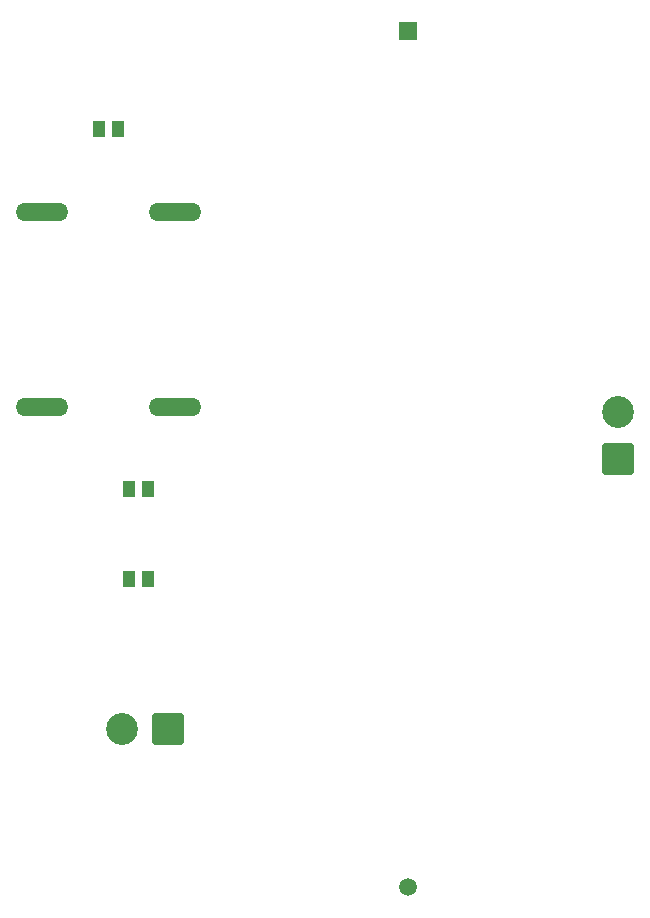
<source format=gbr>
%TF.GenerationSoftware,KiCad,Pcbnew,(6.0.8)*%
%TF.CreationDate,2022-11-04T03:53:52-06:00*%
%TF.ProjectId,CP40B,43503430-422e-46b6-9963-61645f706362,rev?*%
%TF.SameCoordinates,Original*%
%TF.FileFunction,Soldermask,Top*%
%TF.FilePolarity,Negative*%
%FSLAX46Y46*%
G04 Gerber Fmt 4.6, Leading zero omitted, Abs format (unit mm)*
G04 Created by KiCad (PCBNEW (6.0.8)) date 2022-11-04 03:53:52*
%MOMM*%
%LPD*%
G01*
G04 APERTURE LIST*
G04 Aperture macros list*
%AMRoundRect*
0 Rectangle with rounded corners*
0 $1 Rounding radius*
0 $2 $3 $4 $5 $6 $7 $8 $9 X,Y pos of 4 corners*
0 Add a 4 corners polygon primitive as box body*
4,1,4,$2,$3,$4,$5,$6,$7,$8,$9,$2,$3,0*
0 Add four circle primitives for the rounded corners*
1,1,$1+$1,$2,$3*
1,1,$1+$1,$4,$5*
1,1,$1+$1,$6,$7*
1,1,$1+$1,$8,$9*
0 Add four rect primitives between the rounded corners*
20,1,$1+$1,$2,$3,$4,$5,0*
20,1,$1+$1,$4,$5,$6,$7,0*
20,1,$1+$1,$6,$7,$8,$9,0*
20,1,$1+$1,$8,$9,$2,$3,0*%
G04 Aperture macros list end*
%ADD10O,4.450000X1.520000*%
%ADD11R,1.100000X1.470000*%
%ADD12R,1.500000X1.500000*%
%ADD13C,1.500000*%
%ADD14RoundRect,0.250001X1.099999X1.099999X-1.099999X1.099999X-1.099999X-1.099999X1.099999X-1.099999X0*%
%ADD15C,2.700000*%
%ADD16RoundRect,0.250001X1.099999X-1.099999X1.099999X1.099999X-1.099999X1.099999X-1.099999X-1.099999X0*%
G04 APERTURE END LIST*
D10*
%TO.C,L1*%
X163130000Y-97155000D03*
X163130000Y-80645000D03*
X151830000Y-97155000D03*
X151830000Y-80645000D03*
%TD*%
D11*
%TO.C,C2*%
X159210000Y-111760000D03*
X160830000Y-111760000D03*
%TD*%
D12*
%TO.C,C4*%
X182880000Y-65350000D03*
D13*
X182880000Y-137850000D03*
%TD*%
D14*
%TO.C,Power1*%
X162560000Y-124460000D03*
D15*
X158600000Y-124460000D03*
%TD*%
D16*
%TO.C,Power_Out1*%
X200660000Y-101600000D03*
D15*
X200660000Y-97640000D03*
%TD*%
D11*
%TO.C,C3*%
X159210000Y-104140000D03*
X160830000Y-104140000D03*
%TD*%
%TO.C,C1*%
X156670000Y-73660000D03*
X158290000Y-73660000D03*
%TD*%
M02*

</source>
